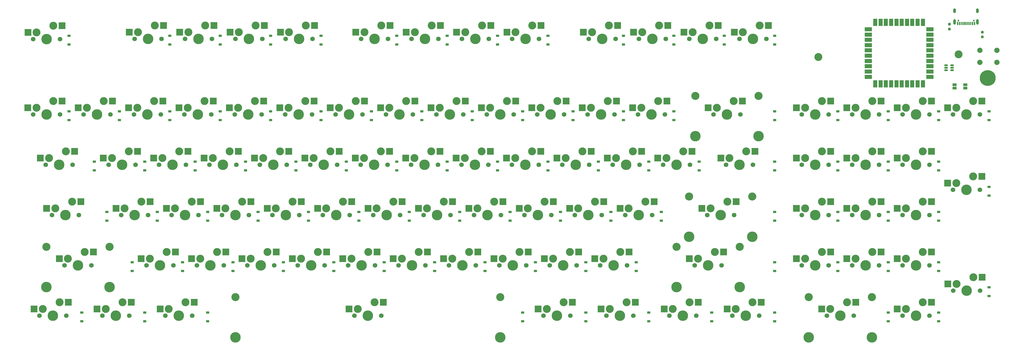
<source format=gbr>
G04 #@! TF.GenerationSoftware,KiCad,Pcbnew,8.0.6*
G04 #@! TF.CreationDate,2025-01-12T17:42:36+11:00*
G04 #@! TF.ProjectId,keyboard,6b657962-6f61-4726-942e-6b696361645f,rev?*
G04 #@! TF.SameCoordinates,Original*
G04 #@! TF.FileFunction,Soldermask,Bot*
G04 #@! TF.FilePolarity,Negative*
%FSLAX46Y46*%
G04 Gerber Fmt 4.6, Leading zero omitted, Abs format (unit mm)*
G04 Created by KiCad (PCBNEW 8.0.6) date 2025-01-12 17:42:36*
%MOMM*%
%LPD*%
G01*
G04 APERTURE LIST*
G04 Aperture macros list*
%AMRoundRect*
0 Rectangle with rounded corners*
0 $1 Rounding radius*
0 $2 $3 $4 $5 $6 $7 $8 $9 X,Y pos of 4 corners*
0 Add a 4 corners polygon primitive as box body*
4,1,4,$2,$3,$4,$5,$6,$7,$8,$9,$2,$3,0*
0 Add four circle primitives for the rounded corners*
1,1,$1+$1,$2,$3*
1,1,$1+$1,$4,$5*
1,1,$1+$1,$6,$7*
1,1,$1+$1,$8,$9*
0 Add four rect primitives between the rounded corners*
20,1,$1+$1,$2,$3,$4,$5,0*
20,1,$1+$1,$4,$5,$6,$7,0*
20,1,$1+$1,$6,$7,$8,$9,0*
20,1,$1+$1,$8,$9,$2,$3,0*%
G04 Aperture macros list end*
%ADD10C,1.750000*%
%ADD11C,3.000000*%
%ADD12C,3.987800*%
%ADD13R,2.550000X2.500000*%
%ADD14C,3.048000*%
%ADD15RoundRect,0.225000X0.375000X-0.225000X0.375000X0.225000X-0.375000X0.225000X-0.375000X-0.225000X0*%
%ADD16R,1.500000X2.800000*%
%ADD17R,2.800000X1.500000*%
%ADD18C,2.000000*%
%ADD19R,1.500000X1.000000*%
%ADD20RoundRect,0.237500X-0.237500X0.250000X-0.237500X-0.250000X0.237500X-0.250000X0.237500X0.250000X0*%
%ADD21C,6.000000*%
%ADD22RoundRect,0.150000X0.512500X0.150000X-0.512500X0.150000X-0.512500X-0.150000X0.512500X-0.150000X0*%
%ADD23C,0.650000*%
%ADD24R,0.600000X1.240000*%
%ADD25R,0.300000X1.240000*%
%ADD26O,1.000000X1.800000*%
%ADD27O,1.000000X2.100000*%
G04 APERTURE END LIST*
D10*
X141495000Y-60725000D03*
D11*
X142765000Y-58185000D03*
D12*
X146575000Y-60725000D03*
D11*
X149115000Y-55645000D03*
D10*
X151655000Y-60725000D03*
D13*
X139490000Y-58185000D03*
X152417000Y-55645000D03*
D10*
X160545000Y-60725000D03*
D11*
X161815000Y-58185000D03*
D12*
X165625000Y-60725000D03*
D11*
X168165000Y-55645000D03*
D10*
X170705000Y-60725000D03*
D13*
X158540000Y-58185000D03*
X171467000Y-55645000D03*
D10*
X84345000Y-60725000D03*
D11*
X85615000Y-58185000D03*
D12*
X89425000Y-60725000D03*
D11*
X91965000Y-55645000D03*
D10*
X94505000Y-60725000D03*
D13*
X82340000Y-58185000D03*
X95267000Y-55645000D03*
D10*
X275181706Y-32124520D03*
D11*
X276451706Y-29584520D03*
D12*
X280261706Y-32124520D03*
D11*
X282801706Y-27044520D03*
D10*
X285341706Y-32124520D03*
D13*
X273176706Y-29584520D03*
X286103706Y-27044520D03*
D10*
X317707500Y-79775000D03*
D11*
X318977500Y-77235000D03*
D12*
X322787500Y-79775000D03*
D11*
X325327500Y-74695000D03*
D10*
X327867500Y-79775000D03*
D13*
X315702500Y-77235000D03*
X328629500Y-74695000D03*
D10*
X27195000Y-60725000D03*
D11*
X28465000Y-58185000D03*
D12*
X32275000Y-60725000D03*
D11*
X34815000Y-55645000D03*
D10*
X37355000Y-60725000D03*
D13*
X25190000Y-58185000D03*
X38117000Y-55645000D03*
D10*
X241507500Y-117875000D03*
D11*
X242777500Y-115335000D03*
D12*
X246587500Y-117875000D03*
D11*
X249127500Y-112795000D03*
D10*
X251667500Y-117875000D03*
D13*
X239502500Y-115335000D03*
X252429500Y-112795000D03*
D10*
X174832500Y-98825000D03*
D11*
X176102500Y-96285000D03*
D12*
X179912500Y-98825000D03*
D11*
X182452500Y-93745000D03*
D10*
X184992500Y-98825000D03*
D13*
X172827500Y-96285000D03*
X185754500Y-93745000D03*
D10*
X336757500Y-79775000D03*
D11*
X338027500Y-77235000D03*
D12*
X341837500Y-79775000D03*
D11*
X344377500Y-74695000D03*
D10*
X346917500Y-79775000D03*
D13*
X334752500Y-77235000D03*
X347679500Y-74695000D03*
D10*
X336757500Y-117875000D03*
D11*
X338027500Y-115335000D03*
D12*
X341837500Y-117875000D03*
D11*
X344377500Y-112795000D03*
D10*
X346917500Y-117875000D03*
D13*
X334752500Y-115335000D03*
X347679500Y-112795000D03*
D10*
X222457500Y-117875000D03*
D11*
X223727500Y-115335000D03*
D12*
X227537500Y-117875000D03*
D11*
X230077500Y-112795000D03*
D10*
X232617500Y-117875000D03*
D13*
X220452500Y-115335000D03*
X233379500Y-112795000D03*
D10*
X112920000Y-79775000D03*
D11*
X114190000Y-77235000D03*
D12*
X118000000Y-79775000D03*
D11*
X120540000Y-74695000D03*
D10*
X123080000Y-79775000D03*
D13*
X110915000Y-77235000D03*
X123842000Y-74695000D03*
D10*
X65295000Y-60725000D03*
D11*
X66565000Y-58185000D03*
D12*
X70375000Y-60725000D03*
D11*
X72915000Y-55645000D03*
D10*
X75455000Y-60725000D03*
D13*
X63290000Y-58185000D03*
X76217000Y-55645000D03*
D10*
X27250000Y-32205000D03*
D11*
X28520000Y-29665000D03*
D12*
X32330000Y-32205000D03*
D11*
X34870000Y-27125000D03*
D10*
X37410000Y-32205000D03*
D13*
X25245000Y-29665000D03*
X38172000Y-27125000D03*
D10*
X170070000Y-79775000D03*
D11*
X171340000Y-77235000D03*
D12*
X175150000Y-79775000D03*
D11*
X177690000Y-74695000D03*
D10*
X180230000Y-79775000D03*
D13*
X168065000Y-77235000D03*
X180992000Y-74695000D03*
D10*
X355807500Y-117875000D03*
D11*
X357077500Y-115335000D03*
D12*
X360887500Y-117875000D03*
D11*
X363427500Y-112795000D03*
D10*
X365967500Y-117875000D03*
D13*
X353802500Y-115335000D03*
X366729500Y-112795000D03*
D10*
X243888750Y-136925000D03*
D11*
X245158750Y-134385000D03*
D12*
X248968750Y-136925000D03*
D11*
X251508750Y-131845000D03*
D10*
X254048750Y-136925000D03*
D13*
X241883750Y-134385000D03*
X254810750Y-131845000D03*
D10*
X237170000Y-32125000D03*
D11*
X238440000Y-29585000D03*
D12*
X242250000Y-32125000D03*
D11*
X244790000Y-27045000D03*
D10*
X247330000Y-32125000D03*
D13*
X235165000Y-29585000D03*
X248092000Y-27045000D03*
D10*
X291513750Y-136925000D03*
D11*
X292783750Y-134385000D03*
D12*
X296593750Y-136925000D03*
D11*
X299133750Y-131845000D03*
D10*
X301673750Y-136925000D03*
D13*
X289508750Y-134385000D03*
X302435750Y-131845000D03*
D10*
X29576250Y-136925000D03*
D11*
X30846250Y-134385000D03*
D12*
X34656250Y-136925000D03*
D11*
X37196250Y-131845000D03*
D10*
X39736250Y-136925000D03*
D13*
X27571250Y-134385000D03*
X40498250Y-131845000D03*
D10*
X217695000Y-60725000D03*
D11*
X218965000Y-58185000D03*
D12*
X222775000Y-60725000D03*
D11*
X225315000Y-55645000D03*
D10*
X227855000Y-60725000D03*
D13*
X215690000Y-58185000D03*
X228617000Y-55645000D03*
D10*
X336757500Y-98825000D03*
D11*
X338027500Y-96285000D03*
D12*
X341837500Y-98825000D03*
D11*
X344377500Y-93745000D03*
D10*
X346917500Y-98825000D03*
D13*
X334752500Y-96285000D03*
X347679500Y-93745000D03*
D10*
X89107500Y-117875000D03*
D11*
X90377500Y-115335000D03*
D12*
X94187500Y-117875000D03*
D11*
X96727500Y-112795000D03*
D10*
X99267500Y-117875000D03*
D13*
X87102500Y-115335000D03*
X100029500Y-112795000D03*
D10*
X117682500Y-98825000D03*
D11*
X118952500Y-96285000D03*
D12*
X122762500Y-98825000D03*
D11*
X125302500Y-93745000D03*
D10*
X127842500Y-98825000D03*
D13*
X115677500Y-96285000D03*
X128604500Y-93745000D03*
D10*
X184357500Y-117875000D03*
D11*
X185627500Y-115335000D03*
D12*
X189437500Y-117875000D03*
D11*
X191977500Y-112795000D03*
D10*
X194517500Y-117875000D03*
D13*
X182352500Y-115335000D03*
X195279500Y-112795000D03*
D10*
X355807500Y-79775000D03*
D11*
X357077500Y-77235000D03*
D12*
X360887500Y-79775000D03*
D11*
X363427500Y-74695000D03*
D10*
X365967500Y-79775000D03*
D13*
X353802500Y-77235000D03*
X366729500Y-74695000D03*
D10*
X251032500Y-98825000D03*
D11*
X252302500Y-96285000D03*
D12*
X256112500Y-98825000D03*
D11*
X258652500Y-93745000D03*
D10*
X261192500Y-98825000D03*
D13*
X249027500Y-96285000D03*
X261954500Y-93745000D03*
D10*
X189266209Y-32133694D03*
D11*
X190536209Y-29593694D03*
D12*
X194346209Y-32133694D03*
D11*
X196886209Y-27053694D03*
D10*
X199426209Y-32133694D03*
D13*
X187261209Y-29593694D03*
X200188209Y-27053694D03*
D14*
X275130750Y-91840000D03*
D12*
X275130750Y-107080000D03*
D10*
X281988750Y-98825000D03*
D11*
X283258750Y-96285000D03*
D12*
X287068750Y-98825000D03*
D11*
X289608750Y-93745000D03*
D10*
X292148750Y-98825000D03*
D14*
X299006750Y-91840000D03*
D12*
X299006750Y-107080000D03*
D13*
X279983750Y-96285000D03*
X292910750Y-93745000D03*
D10*
X255795000Y-60725000D03*
D11*
X257065000Y-58185000D03*
D12*
X260875000Y-60725000D03*
D11*
X263415000Y-55645000D03*
D10*
X265955000Y-60725000D03*
D13*
X253790000Y-58185000D03*
X266717000Y-55645000D03*
D10*
X208266209Y-32133694D03*
D11*
X209536209Y-29593694D03*
D12*
X213346209Y-32133694D03*
D11*
X215886209Y-27053694D03*
D10*
X218426209Y-32133694D03*
D13*
X206261209Y-29593694D03*
X219188209Y-27053694D03*
D10*
X294221706Y-32124520D03*
D11*
X295491706Y-29584520D03*
D12*
X299301706Y-32124520D03*
D11*
X301841706Y-27044520D03*
D10*
X304381706Y-32124520D03*
D13*
X292216706Y-29584520D03*
X305143706Y-27044520D03*
D10*
X74820000Y-79775000D03*
D11*
X76090000Y-77235000D03*
D12*
X79900000Y-79775000D03*
D11*
X82440000Y-74695000D03*
D10*
X84980000Y-79775000D03*
D13*
X72815000Y-77235000D03*
X85742000Y-74695000D03*
D14*
X270368250Y-110890000D03*
D12*
X270368250Y-126130000D03*
D10*
X277226250Y-117875000D03*
D11*
X278496250Y-115335000D03*
D12*
X282306250Y-117875000D03*
D11*
X284846250Y-112795000D03*
D10*
X287386250Y-117875000D03*
D14*
X294244250Y-110890000D03*
D12*
X294244250Y-126130000D03*
D13*
X275221250Y-115335000D03*
X288148250Y-112795000D03*
D10*
X203407500Y-117875000D03*
D11*
X204677500Y-115335000D03*
D12*
X208487500Y-117875000D03*
D11*
X211027500Y-112795000D03*
D10*
X213567500Y-117875000D03*
D13*
X201402500Y-115335000D03*
X214329500Y-112795000D03*
D10*
X146257500Y-117875000D03*
D11*
X147527500Y-115335000D03*
D12*
X151337500Y-117875000D03*
D11*
X153877500Y-112795000D03*
D10*
X156417500Y-117875000D03*
D13*
X144252500Y-115335000D03*
X157179500Y-112795000D03*
D10*
X236745000Y-60725000D03*
D11*
X238015000Y-58185000D03*
D12*
X241825000Y-60725000D03*
D11*
X244365000Y-55645000D03*
D10*
X246905000Y-60725000D03*
D13*
X234740000Y-58185000D03*
X247667000Y-55645000D03*
D10*
X136732500Y-98825000D03*
D11*
X138002500Y-96285000D03*
D12*
X141812500Y-98825000D03*
D11*
X144352500Y-93745000D03*
D10*
X146892500Y-98825000D03*
D13*
X134727500Y-96285000D03*
X147654500Y-93745000D03*
D10*
X355807500Y-60725000D03*
D11*
X357077500Y-58185000D03*
D12*
X360887500Y-60725000D03*
D11*
X363427500Y-55645000D03*
D10*
X365967500Y-60725000D03*
D13*
X353802500Y-58185000D03*
X366729500Y-55645000D03*
D10*
X256181706Y-32124520D03*
D11*
X257451706Y-29584520D03*
D12*
X261261706Y-32124520D03*
D11*
X263801706Y-27044520D03*
D10*
X266341706Y-32124520D03*
D13*
X254176706Y-29584520D03*
X267103706Y-27044520D03*
D10*
X55770000Y-79775000D03*
D11*
X57040000Y-77235000D03*
D12*
X60850000Y-79775000D03*
D11*
X63390000Y-74695000D03*
D10*
X65930000Y-79775000D03*
D13*
X53765000Y-77235000D03*
X66692000Y-74695000D03*
D10*
X93870000Y-79775000D03*
D11*
X95140000Y-77235000D03*
D12*
X98950000Y-79775000D03*
D11*
X101490000Y-74695000D03*
D10*
X104030000Y-79775000D03*
D13*
X91865000Y-77235000D03*
X104792000Y-74695000D03*
D10*
X108157500Y-117875000D03*
D11*
X109427500Y-115335000D03*
D12*
X113237500Y-117875000D03*
D11*
X115777500Y-112795000D03*
D10*
X118317500Y-117875000D03*
D13*
X106152500Y-115335000D03*
X119079500Y-112795000D03*
D10*
X246270000Y-79775000D03*
D11*
X247540000Y-77235000D03*
D12*
X251350000Y-79775000D03*
D11*
X253890000Y-74695000D03*
D10*
X256430000Y-79775000D03*
D13*
X244265000Y-77235000D03*
X257192000Y-74695000D03*
D10*
X46245000Y-60725000D03*
D11*
X47515000Y-58185000D03*
D12*
X51325000Y-60725000D03*
D11*
X53865000Y-55645000D03*
D10*
X56405000Y-60725000D03*
D13*
X44240000Y-58185000D03*
X57167000Y-55645000D03*
D14*
X103718850Y-129940000D03*
D12*
X103718850Y-145180000D03*
D10*
X148638750Y-136925000D03*
D11*
X149908750Y-134385000D03*
D12*
X153718750Y-136925000D03*
D11*
X156258750Y-131845000D03*
D10*
X158798750Y-136925000D03*
D14*
X203718650Y-129940000D03*
D12*
X203718650Y-145180000D03*
D13*
X146633750Y-134385000D03*
X159560750Y-131845000D03*
D10*
X189120000Y-79775000D03*
D11*
X190390000Y-77235000D03*
D12*
X194200000Y-79775000D03*
D11*
X196740000Y-74695000D03*
D10*
X199280000Y-79775000D03*
D13*
X187115000Y-77235000D03*
X200042000Y-74695000D03*
D14*
X320374500Y-129940000D03*
D12*
X320374500Y-145180000D03*
D10*
X327232500Y-136925000D03*
D11*
X328502500Y-134385000D03*
D12*
X332312500Y-136925000D03*
D11*
X334852500Y-131845000D03*
D10*
X337392500Y-136925000D03*
D14*
X344250500Y-129940000D03*
D12*
X344250500Y-145180000D03*
D13*
X325227500Y-134385000D03*
X338154500Y-131845000D03*
D10*
X231982500Y-98825000D03*
D11*
X233252500Y-96285000D03*
D12*
X237062500Y-98825000D03*
D11*
X239602500Y-93745000D03*
D10*
X242142500Y-98825000D03*
D13*
X229977500Y-96285000D03*
X242904500Y-93745000D03*
D10*
X317707500Y-98825000D03*
D11*
X318977500Y-96285000D03*
D12*
X322787500Y-98825000D03*
D11*
X325327500Y-93745000D03*
D10*
X327867500Y-98825000D03*
D13*
X315702500Y-96285000D03*
X328629500Y-93745000D03*
D10*
X34338750Y-98825000D03*
D11*
X35608750Y-96285000D03*
D12*
X39418750Y-98825000D03*
D11*
X41958750Y-93745000D03*
D10*
X44498750Y-98825000D03*
D13*
X32333750Y-96285000D03*
X45260750Y-93745000D03*
D10*
X122445000Y-60725000D03*
D11*
X123715000Y-58185000D03*
D12*
X127525000Y-60725000D03*
D11*
X130065000Y-55645000D03*
D10*
X132605000Y-60725000D03*
D13*
X120440000Y-58185000D03*
X133367000Y-55645000D03*
D10*
X103395000Y-60725000D03*
D11*
X104665000Y-58185000D03*
D12*
X108475000Y-60725000D03*
D11*
X111015000Y-55645000D03*
D10*
X113555000Y-60725000D03*
D13*
X101390000Y-58185000D03*
X114317000Y-55645000D03*
D10*
X65599475Y-32177388D03*
D11*
X66869475Y-29637388D03*
D12*
X70679475Y-32177388D03*
D11*
X73219475Y-27097388D03*
D10*
X75759475Y-32177388D03*
D13*
X63594475Y-29637388D03*
X76521475Y-27097388D03*
D10*
X267701250Y-136925000D03*
D11*
X268971250Y-134385000D03*
D12*
X272781250Y-136925000D03*
D11*
X275321250Y-131845000D03*
D10*
X277861250Y-136925000D03*
D13*
X265696250Y-134385000D03*
X278623250Y-131845000D03*
D10*
X220076250Y-136925000D03*
D11*
X221346250Y-134385000D03*
D12*
X225156250Y-136925000D03*
D11*
X227696250Y-131845000D03*
D10*
X230236250Y-136925000D03*
D13*
X218071250Y-134385000D03*
X230998250Y-131845000D03*
D10*
X77201250Y-136925000D03*
D11*
X78471250Y-134385000D03*
D12*
X82281250Y-136925000D03*
D11*
X84821250Y-131845000D03*
D10*
X87361250Y-136925000D03*
D13*
X75196250Y-134385000D03*
X88123250Y-131845000D03*
D10*
X317707500Y-117875000D03*
D11*
X318977500Y-115335000D03*
D12*
X322787500Y-117875000D03*
D11*
X325327500Y-112795000D03*
D10*
X327867500Y-117875000D03*
D13*
X315702500Y-115335000D03*
X328629500Y-112795000D03*
D10*
X289132500Y-79775000D03*
D11*
X290402500Y-77235000D03*
D12*
X294212500Y-79775000D03*
D11*
X296752500Y-74695000D03*
D10*
X299292500Y-79775000D03*
D13*
X287127500Y-77235000D03*
X300054500Y-74695000D03*
D10*
X374857500Y-60725000D03*
D11*
X376127500Y-58185000D03*
D12*
X379937500Y-60725000D03*
D11*
X382477500Y-55645000D03*
D10*
X385017500Y-60725000D03*
D13*
X372852500Y-58185000D03*
X385779500Y-55645000D03*
D10*
X70057500Y-117875000D03*
D11*
X71327500Y-115335000D03*
D12*
X75137500Y-117875000D03*
D11*
X77677500Y-112795000D03*
D10*
X80217500Y-117875000D03*
D13*
X68052500Y-115335000D03*
X80979500Y-112795000D03*
D10*
X355807500Y-98825000D03*
D11*
X357077500Y-96285000D03*
D12*
X360887500Y-98825000D03*
D11*
X363427500Y-93745000D03*
D10*
X365967500Y-98825000D03*
D13*
X353802500Y-96285000D03*
X366729500Y-93745000D03*
D10*
X212932500Y-98825000D03*
D11*
X214202500Y-96285000D03*
D12*
X218012500Y-98825000D03*
D11*
X220552500Y-93745000D03*
D10*
X223092500Y-98825000D03*
D13*
X210927500Y-96285000D03*
X223854500Y-93745000D03*
D10*
X179595000Y-60725000D03*
D11*
X180865000Y-58185000D03*
D12*
X184675000Y-60725000D03*
D11*
X187215000Y-55645000D03*
D10*
X189755000Y-60725000D03*
D13*
X177590000Y-58185000D03*
X190517000Y-55645000D03*
D10*
X265320000Y-79775000D03*
D11*
X266590000Y-77235000D03*
D12*
X270400000Y-79775000D03*
D11*
X272940000Y-74695000D03*
D10*
X275480000Y-79775000D03*
D13*
X263315000Y-77235000D03*
X276242000Y-74695000D03*
D10*
X374864143Y-89283423D03*
D11*
X376134143Y-86743423D03*
D12*
X379944143Y-89283423D03*
D11*
X382484143Y-84203423D03*
D10*
X385024143Y-89283423D03*
D13*
X372859143Y-86743423D03*
X385786143Y-84203423D03*
D10*
X165307500Y-117875000D03*
D11*
X166577500Y-115335000D03*
D12*
X170387500Y-117875000D03*
D11*
X172927500Y-112795000D03*
D10*
X175467500Y-117875000D03*
D13*
X163302500Y-115335000D03*
X176229500Y-112795000D03*
D10*
X208170000Y-79775000D03*
D11*
X209440000Y-77235000D03*
D12*
X213250000Y-79775000D03*
D11*
X215790000Y-74695000D03*
D10*
X218330000Y-79775000D03*
D13*
X206165000Y-77235000D03*
X219092000Y-74695000D03*
D10*
X98632500Y-98825000D03*
D11*
X99902500Y-96285000D03*
D12*
X103712500Y-98825000D03*
D11*
X106252500Y-93745000D03*
D10*
X108792500Y-98825000D03*
D13*
X96627500Y-96285000D03*
X109554500Y-93745000D03*
D10*
X374920000Y-127500000D03*
D11*
X376190000Y-124960000D03*
D12*
X380000000Y-127500000D03*
D11*
X382540000Y-122420000D03*
D10*
X385080000Y-127500000D03*
D13*
X372915000Y-124960000D03*
X385842000Y-122420000D03*
D10*
X151170000Y-32125000D03*
D11*
X152440000Y-29585000D03*
D12*
X156250000Y-32125000D03*
D11*
X158790000Y-27045000D03*
D10*
X161330000Y-32125000D03*
D13*
X149165000Y-29585000D03*
X162092000Y-27045000D03*
D10*
X84637347Y-32136106D03*
D11*
X85907347Y-29596106D03*
D12*
X89717347Y-32136106D03*
D11*
X92257347Y-27056106D03*
D10*
X94797347Y-32136106D03*
D13*
X82632347Y-29596106D03*
X95559347Y-27056106D03*
D10*
X53388750Y-136925000D03*
D11*
X54658750Y-134385000D03*
D12*
X58468750Y-136925000D03*
D11*
X61008750Y-131845000D03*
D10*
X63548750Y-136925000D03*
D13*
X51383750Y-134385000D03*
X64310750Y-131845000D03*
D10*
X317707500Y-60725000D03*
D11*
X318977500Y-58185000D03*
D12*
X322787500Y-60725000D03*
D11*
X325327500Y-55645000D03*
D10*
X327867500Y-60725000D03*
D13*
X315702500Y-58185000D03*
X328629500Y-55645000D03*
D10*
X355807500Y-136925000D03*
D11*
X357077500Y-134385000D03*
D12*
X360887500Y-136925000D03*
D11*
X363427500Y-131845000D03*
D10*
X365967500Y-136925000D03*
D13*
X353802500Y-134385000D03*
X366729500Y-131845000D03*
D10*
X79582500Y-98825000D03*
D11*
X80852500Y-96285000D03*
D12*
X84662500Y-98825000D03*
D11*
X87202500Y-93745000D03*
D10*
X89742500Y-98825000D03*
D13*
X77577500Y-96285000D03*
X90504500Y-93745000D03*
D10*
X198645000Y-60725000D03*
D11*
X199915000Y-58185000D03*
D12*
X203725000Y-60725000D03*
D11*
X206265000Y-55645000D03*
D10*
X208805000Y-60725000D03*
D13*
X196640000Y-58185000D03*
X209567000Y-55645000D03*
D14*
X277512000Y-53740000D03*
D12*
X277512000Y-68980000D03*
D10*
X284370000Y-60725000D03*
D11*
X285640000Y-58185000D03*
D12*
X289450000Y-60725000D03*
D11*
X291990000Y-55645000D03*
D10*
X294530000Y-60725000D03*
D14*
X301388000Y-53740000D03*
D12*
X301388000Y-68980000D03*
D13*
X282365000Y-58185000D03*
X295292000Y-55645000D03*
D10*
X127207500Y-117875000D03*
D11*
X128477500Y-115335000D03*
D12*
X132287500Y-117875000D03*
D11*
X134827500Y-112795000D03*
D10*
X137367500Y-117875000D03*
D13*
X125202500Y-115335000D03*
X138129500Y-112795000D03*
D10*
X336757500Y-60725000D03*
D11*
X338027500Y-58185000D03*
D12*
X341837500Y-60725000D03*
D11*
X344377500Y-55645000D03*
D10*
X346917500Y-60725000D03*
D13*
X334752500Y-58185000D03*
X347679500Y-55645000D03*
D10*
X122670000Y-32125000D03*
D11*
X123940000Y-29585000D03*
D12*
X127750000Y-32125000D03*
D11*
X130290000Y-27045000D03*
D10*
X132830000Y-32125000D03*
D13*
X120665000Y-29585000D03*
X133592000Y-27045000D03*
D10*
X31957500Y-79775000D03*
D11*
X33227500Y-77235000D03*
D12*
X37037500Y-79775000D03*
D11*
X39577500Y-74695000D03*
D10*
X42117500Y-79775000D03*
D13*
X29952500Y-77235000D03*
X42879500Y-74695000D03*
D10*
X193882500Y-98825000D03*
D11*
X195152500Y-96285000D03*
D12*
X198962500Y-98825000D03*
D11*
X201502500Y-93745000D03*
D10*
X204042500Y-98825000D03*
D13*
X191877500Y-96285000D03*
X204804500Y-93745000D03*
D10*
X60532500Y-98825000D03*
D11*
X61802500Y-96285000D03*
D12*
X65612500Y-98825000D03*
D11*
X68152500Y-93745000D03*
D10*
X70692500Y-98825000D03*
D13*
X58527500Y-96285000D03*
X71454500Y-93745000D03*
D10*
X151020000Y-79775000D03*
D11*
X152290000Y-77235000D03*
D12*
X156100000Y-79775000D03*
D11*
X158640000Y-74695000D03*
D10*
X161180000Y-79775000D03*
D13*
X149015000Y-77235000D03*
X161942000Y-74695000D03*
D10*
X131970000Y-79775000D03*
D11*
X133240000Y-77235000D03*
D12*
X137050000Y-79775000D03*
D11*
X139590000Y-74695000D03*
D10*
X142130000Y-79775000D03*
D13*
X129965000Y-77235000D03*
X142892000Y-74695000D03*
D10*
X170202485Y-32118486D03*
D11*
X171472485Y-29578486D03*
D12*
X175282485Y-32118486D03*
D11*
X177822485Y-27038486D03*
D10*
X180362485Y-32118486D03*
D13*
X168197485Y-29578486D03*
X181124485Y-27038486D03*
D14*
X32243250Y-110890000D03*
D12*
X32243250Y-126130000D03*
D10*
X39101250Y-117875000D03*
D11*
X40371250Y-115335000D03*
D12*
X44181250Y-117875000D03*
D11*
X46721250Y-112795000D03*
D10*
X49261250Y-117875000D03*
D14*
X56119250Y-110890000D03*
D12*
X56119250Y-126130000D03*
D13*
X37096250Y-115335000D03*
X50023250Y-112795000D03*
D10*
X227220000Y-79775000D03*
D11*
X228490000Y-77235000D03*
D12*
X232300000Y-79775000D03*
D11*
X234840000Y-74695000D03*
D10*
X237380000Y-79775000D03*
D13*
X225215000Y-77235000D03*
X238142000Y-74695000D03*
D10*
X155782500Y-98825000D03*
D11*
X157052500Y-96285000D03*
D12*
X160862500Y-98825000D03*
D11*
X163402500Y-93745000D03*
D10*
X165942500Y-98825000D03*
D13*
X153777500Y-96285000D03*
X166704500Y-93745000D03*
D10*
X103670000Y-32125000D03*
D11*
X104940000Y-29585000D03*
D12*
X108750000Y-32125000D03*
D11*
X111290000Y-27045000D03*
D10*
X113830000Y-32125000D03*
D13*
X101665000Y-29585000D03*
X114592000Y-27045000D03*
D15*
X40800000Y-62875000D03*
X40800000Y-59575000D03*
X107475000Y-81925000D03*
X107475000Y-78625000D03*
X264637500Y-100975000D03*
X264637500Y-97675000D03*
X236062500Y-139075000D03*
X236062500Y-135775000D03*
X78900000Y-62875000D03*
X78900000Y-59575000D03*
X250350000Y-62875000D03*
X250350000Y-59575000D03*
X136050000Y-34300000D03*
X136050000Y-31000000D03*
X307500000Y-139075000D03*
X307500000Y-135775000D03*
X207487500Y-100975000D03*
X207487500Y-97675000D03*
X174150000Y-62875000D03*
X174150000Y-59575000D03*
X283687500Y-139075000D03*
X283687500Y-135775000D03*
X88425000Y-81925000D03*
X88425000Y-78625000D03*
X269400000Y-34300000D03*
X269400000Y-31000000D03*
X226537500Y-100975000D03*
X226537500Y-97675000D03*
X64612500Y-120025000D03*
X64612500Y-116725000D03*
D16*
X363500000Y-49150000D03*
X361500000Y-49150000D03*
X359500000Y-49150000D03*
X357500000Y-49150000D03*
X355500000Y-49150000D03*
X353500000Y-49150000D03*
X351500000Y-49150000D03*
X349500000Y-49150000D03*
X347500000Y-49150000D03*
X345500000Y-49150000D03*
D17*
X342850000Y-46500000D03*
X342850000Y-44500000D03*
X342850000Y-42500000D03*
X342850000Y-40500000D03*
X342850000Y-38500000D03*
X342850000Y-36500000D03*
X342850000Y-34500000D03*
X342850000Y-32500000D03*
X342850000Y-30500000D03*
X342850000Y-28500000D03*
D16*
X345500000Y-25850000D03*
X347500000Y-25850000D03*
X349500000Y-25850000D03*
X351500000Y-25850000D03*
X353500000Y-25850000D03*
X355500000Y-25850000D03*
X357500000Y-25850000D03*
X359500000Y-25850000D03*
X361500000Y-25850000D03*
X363500000Y-25850000D03*
D17*
X366150000Y-28500000D03*
X366150000Y-30500000D03*
X366150000Y-32500000D03*
X366150000Y-34500000D03*
X366150000Y-36500000D03*
X366150000Y-38500000D03*
X366150000Y-40500000D03*
X366150000Y-42500000D03*
X366150000Y-44500000D03*
X366150000Y-46500000D03*
D15*
X97950000Y-34300000D03*
X97950000Y-31000000D03*
X202725000Y-81925000D03*
X202725000Y-78625000D03*
X350362500Y-100975000D03*
X350362500Y-97675000D03*
X240825000Y-81925000D03*
X240825000Y-78625000D03*
X117000000Y-34300000D03*
X117000000Y-31000000D03*
X78900000Y-34300000D03*
X78900000Y-31000000D03*
X350362500Y-81925000D03*
X350362500Y-78625000D03*
X307500000Y-34300000D03*
X307500000Y-31000000D03*
X350362500Y-139075000D03*
X350362500Y-135775000D03*
X212250000Y-139075000D03*
X212250000Y-135775000D03*
X278925000Y-81925000D03*
X278925000Y-78625000D03*
X59850000Y-62875000D03*
X59850000Y-59575000D03*
X83662500Y-120025000D03*
X83662500Y-116725000D03*
X69375000Y-139075000D03*
X69375000Y-135775000D03*
X369412500Y-62875000D03*
X369412500Y-59575000D03*
X269400000Y-62875000D03*
X269400000Y-59575000D03*
X255112500Y-120025000D03*
X255112500Y-116725000D03*
D18*
X391500000Y-36500000D03*
X385000000Y-36500000D03*
X391500000Y-41000000D03*
X385000000Y-41000000D03*
D15*
X388462500Y-62875000D03*
X388462500Y-59575000D03*
X55087500Y-100975000D03*
X55087500Y-97675000D03*
X97950000Y-62875000D03*
X97950000Y-59575000D03*
X188437500Y-100975000D03*
X188437500Y-97675000D03*
X178912500Y-120025000D03*
X178912500Y-116725000D03*
X193200000Y-62875000D03*
X193200000Y-59575000D03*
D19*
X375500000Y-50800000D03*
X375500000Y-49500000D03*
D15*
X212250000Y-62875000D03*
X212250000Y-59575000D03*
X164625000Y-34300000D03*
X164625000Y-31000000D03*
X183675000Y-81925000D03*
X183675000Y-78625000D03*
X245587500Y-100975000D03*
X245587500Y-97675000D03*
X112237500Y-100975000D03*
X112237500Y-97675000D03*
X259875000Y-139075000D03*
X259875000Y-135775000D03*
X150337500Y-100975000D03*
X150337500Y-97675000D03*
D20*
X373500000Y-26587500D03*
X373500000Y-28412500D03*
D15*
X159862500Y-120025000D03*
X159862500Y-116725000D03*
X388462500Y-129500000D03*
X388462500Y-126200000D03*
X202725000Y-34300000D03*
X202725000Y-31000000D03*
D21*
X388000000Y-47000000D03*
D22*
X374500000Y-42100000D03*
X374500000Y-43050000D03*
X374500000Y-44000000D03*
X372225000Y-44000000D03*
X372225000Y-43050000D03*
X372225000Y-42100000D03*
D15*
X117000000Y-62875000D03*
X117000000Y-59575000D03*
X259875000Y-81925000D03*
X259875000Y-78625000D03*
X307500000Y-100975000D03*
X307500000Y-97675000D03*
X369412500Y-139075000D03*
X369412500Y-135775000D03*
X369412500Y-81925000D03*
X369412500Y-78625000D03*
X183675000Y-34300000D03*
X183675000Y-31000000D03*
X388462500Y-91500000D03*
X388462500Y-88200000D03*
D19*
X379500000Y-50800000D03*
X379500000Y-49500000D03*
D20*
X386000000Y-29587500D03*
X386000000Y-31412500D03*
D15*
X93187500Y-139075000D03*
X93187500Y-135775000D03*
X350362500Y-120025000D03*
X350362500Y-116725000D03*
X231300000Y-62875000D03*
X231300000Y-59575000D03*
X331312500Y-81925000D03*
X331312500Y-78625000D03*
X307500000Y-62875000D03*
X307500000Y-59575000D03*
X164625000Y-81925000D03*
X164625000Y-78625000D03*
X307500000Y-81925000D03*
X307500000Y-78625000D03*
X197962500Y-120025000D03*
X197962500Y-116725000D03*
X131287500Y-100975000D03*
X131287500Y-97675000D03*
X102712500Y-120025000D03*
X102712500Y-116725000D03*
X250350000Y-34300000D03*
X250350000Y-31000000D03*
D11*
X324000000Y-39000000D03*
D15*
X236062500Y-120025000D03*
X236062500Y-116725000D03*
X40800000Y-34300000D03*
X40800000Y-31000000D03*
X331312500Y-120025000D03*
X331312500Y-116725000D03*
X331312500Y-100975000D03*
X331312500Y-97675000D03*
X369412500Y-120025000D03*
X369412500Y-116725000D03*
D11*
X377000000Y-38000000D03*
D15*
X331312500Y-62875000D03*
X331312500Y-59575000D03*
X74137500Y-100975000D03*
X74137500Y-97675000D03*
X217012500Y-120025000D03*
X217012500Y-116725000D03*
X169387500Y-100975000D03*
X169387500Y-97675000D03*
X369412500Y-100975000D03*
X369412500Y-97675000D03*
X126525000Y-81925000D03*
X126525000Y-78625000D03*
X121762500Y-120025000D03*
X121762500Y-116725000D03*
X155100000Y-62875000D03*
X155100000Y-59575000D03*
X140812500Y-120025000D03*
X140812500Y-116725000D03*
X69375000Y-81925000D03*
X69375000Y-78625000D03*
X288450000Y-34300000D03*
X288450000Y-31000000D03*
X45562500Y-139075000D03*
X45562500Y-135775000D03*
X136050000Y-62875000D03*
X136050000Y-59575000D03*
X221775000Y-34300000D03*
X221775000Y-31000000D03*
X93187500Y-100975000D03*
X93187500Y-97675000D03*
X145575000Y-81925000D03*
X145575000Y-78625000D03*
X50325000Y-81925000D03*
X50325000Y-78625000D03*
X307500000Y-120025000D03*
X307500000Y-116725000D03*
X221775000Y-81925000D03*
X221775000Y-78625000D03*
D23*
X376930000Y-25180000D03*
X382710000Y-25180000D03*
D24*
X376620000Y-26300000D03*
X377420000Y-26300000D03*
D25*
X378570000Y-26300000D03*
X379570000Y-26300000D03*
X380070000Y-26300000D03*
X381070000Y-26300000D03*
D24*
X382220000Y-26300000D03*
X383020000Y-26300000D03*
X383020000Y-26300000D03*
X382220000Y-26300000D03*
D25*
X381570000Y-26300000D03*
X380570000Y-26300000D03*
X379070000Y-26300000D03*
X378070000Y-26300000D03*
D24*
X377420000Y-26300000D03*
X376620000Y-26300000D03*
D26*
X375500000Y-21500000D03*
D27*
X375500000Y-25700000D03*
D26*
X384140000Y-21500000D03*
D27*
X384140000Y-25700000D03*
D15*
X350362500Y-62875000D03*
X350362500Y-59575000D03*
M02*

</source>
